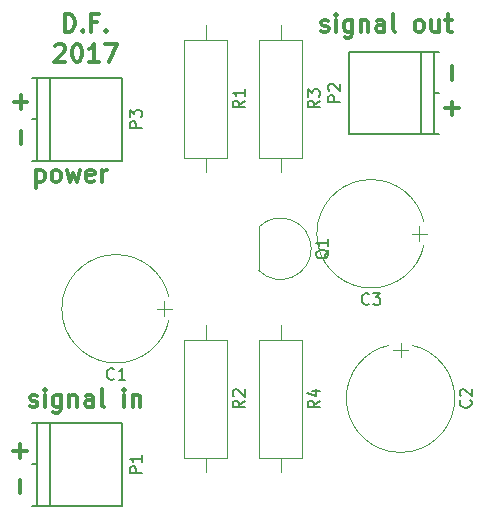
<source format=gbr>
G04 #@! TF.FileFunction,Legend,Top*
%FSLAX46Y46*%
G04 Gerber Fmt 4.6, Leading zero omitted, Abs format (unit mm)*
G04 Created by KiCad (PCBNEW 4.0.5) date 05/18/17 11:07:14*
%MOMM*%
%LPD*%
G01*
G04 APERTURE LIST*
%ADD10C,0.100000*%
%ADD11C,0.300000*%
%ADD12C,0.120000*%
%ADD13C,0.150000*%
G04 APERTURE END LIST*
D10*
D11*
X100894343Y-59805628D02*
X100894343Y-58662771D01*
X101465771Y-59234200D02*
X100322914Y-59234200D01*
X100894343Y-56805628D02*
X100894343Y-55662771D01*
X64307257Y-87692172D02*
X64307257Y-88835029D01*
X63735829Y-88263600D02*
X64878686Y-88263600D01*
X64307257Y-90692172D02*
X64307257Y-91835029D01*
X64358057Y-58126572D02*
X64358057Y-59269429D01*
X63786629Y-58698000D02*
X64929486Y-58698000D01*
X64358057Y-61126572D02*
X64358057Y-62269429D01*
X89785714Y-52677143D02*
X89928571Y-52748571D01*
X90214286Y-52748571D01*
X90357143Y-52677143D01*
X90428571Y-52534286D01*
X90428571Y-52462857D01*
X90357143Y-52320000D01*
X90214286Y-52248571D01*
X90000000Y-52248571D01*
X89857143Y-52177143D01*
X89785714Y-52034286D01*
X89785714Y-51962857D01*
X89857143Y-51820000D01*
X90000000Y-51748571D01*
X90214286Y-51748571D01*
X90357143Y-51820000D01*
X91071429Y-52748571D02*
X91071429Y-51748571D01*
X91071429Y-51248571D02*
X91000000Y-51320000D01*
X91071429Y-51391429D01*
X91142857Y-51320000D01*
X91071429Y-51248571D01*
X91071429Y-51391429D01*
X92428572Y-51748571D02*
X92428572Y-52962857D01*
X92357143Y-53105714D01*
X92285715Y-53177143D01*
X92142858Y-53248571D01*
X91928572Y-53248571D01*
X91785715Y-53177143D01*
X92428572Y-52677143D02*
X92285715Y-52748571D01*
X92000001Y-52748571D01*
X91857143Y-52677143D01*
X91785715Y-52605714D01*
X91714286Y-52462857D01*
X91714286Y-52034286D01*
X91785715Y-51891429D01*
X91857143Y-51820000D01*
X92000001Y-51748571D01*
X92285715Y-51748571D01*
X92428572Y-51820000D01*
X93142858Y-51748571D02*
X93142858Y-52748571D01*
X93142858Y-51891429D02*
X93214286Y-51820000D01*
X93357144Y-51748571D01*
X93571429Y-51748571D01*
X93714286Y-51820000D01*
X93785715Y-51962857D01*
X93785715Y-52748571D01*
X95142858Y-52748571D02*
X95142858Y-51962857D01*
X95071429Y-51820000D01*
X94928572Y-51748571D01*
X94642858Y-51748571D01*
X94500001Y-51820000D01*
X95142858Y-52677143D02*
X95000001Y-52748571D01*
X94642858Y-52748571D01*
X94500001Y-52677143D01*
X94428572Y-52534286D01*
X94428572Y-52391429D01*
X94500001Y-52248571D01*
X94642858Y-52177143D01*
X95000001Y-52177143D01*
X95142858Y-52105714D01*
X96071430Y-52748571D02*
X95928572Y-52677143D01*
X95857144Y-52534286D01*
X95857144Y-51248571D01*
X98000001Y-52748571D02*
X97857143Y-52677143D01*
X97785715Y-52605714D01*
X97714286Y-52462857D01*
X97714286Y-52034286D01*
X97785715Y-51891429D01*
X97857143Y-51820000D01*
X98000001Y-51748571D01*
X98214286Y-51748571D01*
X98357143Y-51820000D01*
X98428572Y-51891429D01*
X98500001Y-52034286D01*
X98500001Y-52462857D01*
X98428572Y-52605714D01*
X98357143Y-52677143D01*
X98214286Y-52748571D01*
X98000001Y-52748571D01*
X99785715Y-51748571D02*
X99785715Y-52748571D01*
X99142858Y-51748571D02*
X99142858Y-52534286D01*
X99214286Y-52677143D01*
X99357144Y-52748571D01*
X99571429Y-52748571D01*
X99714286Y-52677143D01*
X99785715Y-52605714D01*
X100285715Y-51748571D02*
X100857144Y-51748571D01*
X100500001Y-51248571D02*
X100500001Y-52534286D01*
X100571429Y-52677143D01*
X100714287Y-52748571D01*
X100857144Y-52748571D01*
X65687143Y-64448571D02*
X65687143Y-65948571D01*
X65687143Y-64520000D02*
X65830000Y-64448571D01*
X66115714Y-64448571D01*
X66258571Y-64520000D01*
X66330000Y-64591429D01*
X66401429Y-64734286D01*
X66401429Y-65162857D01*
X66330000Y-65305714D01*
X66258571Y-65377143D01*
X66115714Y-65448571D01*
X65830000Y-65448571D01*
X65687143Y-65377143D01*
X67258572Y-65448571D02*
X67115714Y-65377143D01*
X67044286Y-65305714D01*
X66972857Y-65162857D01*
X66972857Y-64734286D01*
X67044286Y-64591429D01*
X67115714Y-64520000D01*
X67258572Y-64448571D01*
X67472857Y-64448571D01*
X67615714Y-64520000D01*
X67687143Y-64591429D01*
X67758572Y-64734286D01*
X67758572Y-65162857D01*
X67687143Y-65305714D01*
X67615714Y-65377143D01*
X67472857Y-65448571D01*
X67258572Y-65448571D01*
X68258572Y-64448571D02*
X68544286Y-65448571D01*
X68830000Y-64734286D01*
X69115715Y-65448571D01*
X69401429Y-64448571D01*
X70544286Y-65377143D02*
X70401429Y-65448571D01*
X70115715Y-65448571D01*
X69972858Y-65377143D01*
X69901429Y-65234286D01*
X69901429Y-64662857D01*
X69972858Y-64520000D01*
X70115715Y-64448571D01*
X70401429Y-64448571D01*
X70544286Y-64520000D01*
X70615715Y-64662857D01*
X70615715Y-64805714D01*
X69901429Y-64948571D01*
X71258572Y-65448571D02*
X71258572Y-64448571D01*
X71258572Y-64734286D02*
X71330000Y-64591429D01*
X71401429Y-64520000D01*
X71544286Y-64448571D01*
X71687143Y-64448571D01*
X65135714Y-84427143D02*
X65278571Y-84498571D01*
X65564286Y-84498571D01*
X65707143Y-84427143D01*
X65778571Y-84284286D01*
X65778571Y-84212857D01*
X65707143Y-84070000D01*
X65564286Y-83998571D01*
X65350000Y-83998571D01*
X65207143Y-83927143D01*
X65135714Y-83784286D01*
X65135714Y-83712857D01*
X65207143Y-83570000D01*
X65350000Y-83498571D01*
X65564286Y-83498571D01*
X65707143Y-83570000D01*
X66421429Y-84498571D02*
X66421429Y-83498571D01*
X66421429Y-82998571D02*
X66350000Y-83070000D01*
X66421429Y-83141429D01*
X66492857Y-83070000D01*
X66421429Y-82998571D01*
X66421429Y-83141429D01*
X67778572Y-83498571D02*
X67778572Y-84712857D01*
X67707143Y-84855714D01*
X67635715Y-84927143D01*
X67492858Y-84998571D01*
X67278572Y-84998571D01*
X67135715Y-84927143D01*
X67778572Y-84427143D02*
X67635715Y-84498571D01*
X67350001Y-84498571D01*
X67207143Y-84427143D01*
X67135715Y-84355714D01*
X67064286Y-84212857D01*
X67064286Y-83784286D01*
X67135715Y-83641429D01*
X67207143Y-83570000D01*
X67350001Y-83498571D01*
X67635715Y-83498571D01*
X67778572Y-83570000D01*
X68492858Y-83498571D02*
X68492858Y-84498571D01*
X68492858Y-83641429D02*
X68564286Y-83570000D01*
X68707144Y-83498571D01*
X68921429Y-83498571D01*
X69064286Y-83570000D01*
X69135715Y-83712857D01*
X69135715Y-84498571D01*
X70492858Y-84498571D02*
X70492858Y-83712857D01*
X70421429Y-83570000D01*
X70278572Y-83498571D01*
X69992858Y-83498571D01*
X69850001Y-83570000D01*
X70492858Y-84427143D02*
X70350001Y-84498571D01*
X69992858Y-84498571D01*
X69850001Y-84427143D01*
X69778572Y-84284286D01*
X69778572Y-84141429D01*
X69850001Y-83998571D01*
X69992858Y-83927143D01*
X70350001Y-83927143D01*
X70492858Y-83855714D01*
X71421430Y-84498571D02*
X71278572Y-84427143D01*
X71207144Y-84284286D01*
X71207144Y-82998571D01*
X73135715Y-84498571D02*
X73135715Y-83498571D01*
X73135715Y-82998571D02*
X73064286Y-83070000D01*
X73135715Y-83141429D01*
X73207143Y-83070000D01*
X73135715Y-82998571D01*
X73135715Y-83141429D01*
X73850001Y-83498571D02*
X73850001Y-84498571D01*
X73850001Y-83641429D02*
X73921429Y-83570000D01*
X74064287Y-83498571D01*
X74278572Y-83498571D01*
X74421429Y-83570000D01*
X74492858Y-83712857D01*
X74492858Y-84498571D01*
X68100000Y-52743571D02*
X68100000Y-51243571D01*
X68457143Y-51243571D01*
X68671428Y-51315000D01*
X68814286Y-51457857D01*
X68885714Y-51600714D01*
X68957143Y-51886429D01*
X68957143Y-52100714D01*
X68885714Y-52386429D01*
X68814286Y-52529286D01*
X68671428Y-52672143D01*
X68457143Y-52743571D01*
X68100000Y-52743571D01*
X69600000Y-52600714D02*
X69671428Y-52672143D01*
X69600000Y-52743571D01*
X69528571Y-52672143D01*
X69600000Y-52600714D01*
X69600000Y-52743571D01*
X70814286Y-51957857D02*
X70314286Y-51957857D01*
X70314286Y-52743571D02*
X70314286Y-51243571D01*
X71028572Y-51243571D01*
X71600000Y-52600714D02*
X71671428Y-52672143D01*
X71600000Y-52743571D01*
X71528571Y-52672143D01*
X71600000Y-52600714D01*
X71600000Y-52743571D01*
X67278572Y-53936429D02*
X67350001Y-53865000D01*
X67492858Y-53793571D01*
X67850001Y-53793571D01*
X67992858Y-53865000D01*
X68064287Y-53936429D01*
X68135715Y-54079286D01*
X68135715Y-54222143D01*
X68064287Y-54436429D01*
X67207144Y-55293571D01*
X68135715Y-55293571D01*
X69064286Y-53793571D02*
X69207143Y-53793571D01*
X69350000Y-53865000D01*
X69421429Y-53936429D01*
X69492858Y-54079286D01*
X69564286Y-54365000D01*
X69564286Y-54722143D01*
X69492858Y-55007857D01*
X69421429Y-55150714D01*
X69350000Y-55222143D01*
X69207143Y-55293571D01*
X69064286Y-55293571D01*
X68921429Y-55222143D01*
X68850000Y-55150714D01*
X68778572Y-55007857D01*
X68707143Y-54722143D01*
X68707143Y-54365000D01*
X68778572Y-54079286D01*
X68850000Y-53936429D01*
X68921429Y-53865000D01*
X69064286Y-53793571D01*
X70992857Y-55293571D02*
X70135714Y-55293571D01*
X70564286Y-55293571D02*
X70564286Y-53793571D01*
X70421429Y-54007857D01*
X70278571Y-54150714D01*
X70135714Y-54222143D01*
X71492857Y-53793571D02*
X72492857Y-53793571D01*
X71850000Y-55293571D01*
D12*
X67946593Y-77183445D02*
G75*
G03X76914161Y-77180000I4483407J983445D01*
G01*
X67946593Y-75216555D02*
G75*
G02X76914161Y-75220000I4483407J-983445D01*
G01*
X67946593Y-75216555D02*
G75*
G03X67945839Y-77180000I4483407J-983445D01*
G01*
X77130000Y-76200000D02*
X75930000Y-76200000D01*
X76530000Y-76850000D02*
X76530000Y-75550000D01*
X97503445Y-88263407D02*
G75*
G03X97500000Y-79295839I-983445J4483407D01*
G01*
X95536555Y-88263407D02*
G75*
G02X95540000Y-79295839I983445J4483407D01*
G01*
X95536555Y-88263407D02*
G75*
G03X97500000Y-88264161I983445J4483407D01*
G01*
X96520000Y-79080000D02*
X96520000Y-80280000D01*
X97170000Y-79680000D02*
X95870000Y-79680000D01*
X89536593Y-70833445D02*
G75*
G03X98504161Y-70830000I4483407J983445D01*
G01*
X89536593Y-68866555D02*
G75*
G02X98504161Y-68870000I4483407J-983445D01*
G01*
X89536593Y-68866555D02*
G75*
G03X89535839Y-70830000I4483407J-983445D01*
G01*
X98720000Y-69850000D02*
X97520000Y-69850000D01*
X98120000Y-70500000D02*
X98120000Y-69200000D01*
D13*
X65750000Y-89380000D02*
X65350000Y-89380000D01*
X66850000Y-85880000D02*
X66850000Y-92880000D01*
X65750000Y-85880000D02*
X65750000Y-92880000D01*
X72950000Y-85880000D02*
X65350000Y-85880000D01*
X65350000Y-92880000D02*
X72950000Y-92880000D01*
X72950000Y-92880000D02*
X72950000Y-85880000D01*
X99350000Y-57940000D02*
X99750000Y-57940000D01*
X98250000Y-61440000D02*
X98250000Y-54440000D01*
X99350000Y-61440000D02*
X99350000Y-54440000D01*
X92150000Y-61440000D02*
X99750000Y-61440000D01*
X99750000Y-54440000D02*
X92150000Y-54440000D01*
X92150000Y-54440000D02*
X92150000Y-61440000D01*
X65750000Y-60170000D02*
X65350000Y-60170000D01*
X66850000Y-56670000D02*
X66850000Y-63670000D01*
X65750000Y-56670000D02*
X65750000Y-63670000D01*
X72950000Y-56670000D02*
X65350000Y-56670000D01*
X65350000Y-63670000D02*
X72950000Y-63670000D01*
X72950000Y-63670000D02*
X72950000Y-56670000D01*
D12*
X84510000Y-69320000D02*
X84510000Y-72920000D01*
X84521522Y-69281522D02*
G75*
G02X88960000Y-71120000I1838478J-1838478D01*
G01*
X84521522Y-72958478D02*
G75*
G03X88960000Y-71120000I1838478J1838478D01*
G01*
X81870000Y-53410000D02*
X78150000Y-53410000D01*
X78150000Y-53410000D02*
X78150000Y-63430000D01*
X78150000Y-63430000D02*
X81870000Y-63430000D01*
X81870000Y-63430000D02*
X81870000Y-53410000D01*
X80010000Y-52180000D02*
X80010000Y-53410000D01*
X80010000Y-64660000D02*
X80010000Y-63430000D01*
X81870000Y-78810000D02*
X78150000Y-78810000D01*
X78150000Y-78810000D02*
X78150000Y-88830000D01*
X78150000Y-88830000D02*
X81870000Y-88830000D01*
X81870000Y-88830000D02*
X81870000Y-78810000D01*
X80010000Y-77580000D02*
X80010000Y-78810000D01*
X80010000Y-90060000D02*
X80010000Y-88830000D01*
X88220000Y-53410000D02*
X84500000Y-53410000D01*
X84500000Y-53410000D02*
X84500000Y-63430000D01*
X84500000Y-63430000D02*
X88220000Y-63430000D01*
X88220000Y-63430000D02*
X88220000Y-53410000D01*
X86360000Y-52180000D02*
X86360000Y-53410000D01*
X86360000Y-64660000D02*
X86360000Y-63430000D01*
X88220000Y-78810000D02*
X84500000Y-78810000D01*
X84500000Y-78810000D02*
X84500000Y-88830000D01*
X84500000Y-88830000D02*
X88220000Y-88830000D01*
X88220000Y-88830000D02*
X88220000Y-78810000D01*
X86360000Y-77580000D02*
X86360000Y-78810000D01*
X86360000Y-90060000D02*
X86360000Y-88830000D01*
D13*
X72263334Y-82117143D02*
X72215715Y-82164762D01*
X72072858Y-82212381D01*
X71977620Y-82212381D01*
X71834762Y-82164762D01*
X71739524Y-82069524D01*
X71691905Y-81974286D01*
X71644286Y-81783810D01*
X71644286Y-81640952D01*
X71691905Y-81450476D01*
X71739524Y-81355238D01*
X71834762Y-81260000D01*
X71977620Y-81212381D01*
X72072858Y-81212381D01*
X72215715Y-81260000D01*
X72263334Y-81307619D01*
X73215715Y-82212381D02*
X72644286Y-82212381D01*
X72930000Y-82212381D02*
X72930000Y-81212381D01*
X72834762Y-81355238D01*
X72739524Y-81450476D01*
X72644286Y-81498095D01*
X102437143Y-83946666D02*
X102484762Y-83994285D01*
X102532381Y-84137142D01*
X102532381Y-84232380D01*
X102484762Y-84375238D01*
X102389524Y-84470476D01*
X102294286Y-84518095D01*
X102103810Y-84565714D01*
X101960952Y-84565714D01*
X101770476Y-84518095D01*
X101675238Y-84470476D01*
X101580000Y-84375238D01*
X101532381Y-84232380D01*
X101532381Y-84137142D01*
X101580000Y-83994285D01*
X101627619Y-83946666D01*
X101627619Y-83565714D02*
X101580000Y-83518095D01*
X101532381Y-83422857D01*
X101532381Y-83184761D01*
X101580000Y-83089523D01*
X101627619Y-83041904D01*
X101722857Y-82994285D01*
X101818095Y-82994285D01*
X101960952Y-83041904D01*
X102532381Y-83613333D01*
X102532381Y-82994285D01*
X93853334Y-75767143D02*
X93805715Y-75814762D01*
X93662858Y-75862381D01*
X93567620Y-75862381D01*
X93424762Y-75814762D01*
X93329524Y-75719524D01*
X93281905Y-75624286D01*
X93234286Y-75433810D01*
X93234286Y-75290952D01*
X93281905Y-75100476D01*
X93329524Y-75005238D01*
X93424762Y-74910000D01*
X93567620Y-74862381D01*
X93662858Y-74862381D01*
X93805715Y-74910000D01*
X93853334Y-74957619D01*
X94186667Y-74862381D02*
X94805715Y-74862381D01*
X94472381Y-75243333D01*
X94615239Y-75243333D01*
X94710477Y-75290952D01*
X94758096Y-75338571D01*
X94805715Y-75433810D01*
X94805715Y-75671905D01*
X94758096Y-75767143D01*
X94710477Y-75814762D01*
X94615239Y-75862381D01*
X94329524Y-75862381D01*
X94234286Y-75814762D01*
X94186667Y-75767143D01*
X74602381Y-90118095D02*
X73602381Y-90118095D01*
X73602381Y-89737142D01*
X73650000Y-89641904D01*
X73697619Y-89594285D01*
X73792857Y-89546666D01*
X73935714Y-89546666D01*
X74030952Y-89594285D01*
X74078571Y-89641904D01*
X74126190Y-89737142D01*
X74126190Y-90118095D01*
X74602381Y-88594285D02*
X74602381Y-89165714D01*
X74602381Y-88880000D02*
X73602381Y-88880000D01*
X73745238Y-88975238D01*
X73840476Y-89070476D01*
X73888095Y-89165714D01*
X91402381Y-58678095D02*
X90402381Y-58678095D01*
X90402381Y-58297142D01*
X90450000Y-58201904D01*
X90497619Y-58154285D01*
X90592857Y-58106666D01*
X90735714Y-58106666D01*
X90830952Y-58154285D01*
X90878571Y-58201904D01*
X90926190Y-58297142D01*
X90926190Y-58678095D01*
X90497619Y-57725714D02*
X90450000Y-57678095D01*
X90402381Y-57582857D01*
X90402381Y-57344761D01*
X90450000Y-57249523D01*
X90497619Y-57201904D01*
X90592857Y-57154285D01*
X90688095Y-57154285D01*
X90830952Y-57201904D01*
X91402381Y-57773333D01*
X91402381Y-57154285D01*
X74602381Y-60908095D02*
X73602381Y-60908095D01*
X73602381Y-60527142D01*
X73650000Y-60431904D01*
X73697619Y-60384285D01*
X73792857Y-60336666D01*
X73935714Y-60336666D01*
X74030952Y-60384285D01*
X74078571Y-60431904D01*
X74126190Y-60527142D01*
X74126190Y-60908095D01*
X73602381Y-60003333D02*
X73602381Y-59384285D01*
X73983333Y-59717619D01*
X73983333Y-59574761D01*
X74030952Y-59479523D01*
X74078571Y-59431904D01*
X74173810Y-59384285D01*
X74411905Y-59384285D01*
X74507143Y-59431904D01*
X74554762Y-59479523D01*
X74602381Y-59574761D01*
X74602381Y-59860476D01*
X74554762Y-59955714D01*
X74507143Y-60003333D01*
X90467619Y-71215238D02*
X90420000Y-71310476D01*
X90324762Y-71405714D01*
X90181905Y-71548571D01*
X90134286Y-71643810D01*
X90134286Y-71739048D01*
X90372381Y-71691429D02*
X90324762Y-71786667D01*
X90229524Y-71881905D01*
X90039048Y-71929524D01*
X89705714Y-71929524D01*
X89515238Y-71881905D01*
X89420000Y-71786667D01*
X89372381Y-71691429D01*
X89372381Y-71500952D01*
X89420000Y-71405714D01*
X89515238Y-71310476D01*
X89705714Y-71262857D01*
X90039048Y-71262857D01*
X90229524Y-71310476D01*
X90324762Y-71405714D01*
X90372381Y-71500952D01*
X90372381Y-71691429D01*
X90372381Y-70310476D02*
X90372381Y-70881905D01*
X90372381Y-70596191D02*
X89372381Y-70596191D01*
X89515238Y-70691429D01*
X89610476Y-70786667D01*
X89658095Y-70881905D01*
X83322381Y-58586666D02*
X82846190Y-58920000D01*
X83322381Y-59158095D02*
X82322381Y-59158095D01*
X82322381Y-58777142D01*
X82370000Y-58681904D01*
X82417619Y-58634285D01*
X82512857Y-58586666D01*
X82655714Y-58586666D01*
X82750952Y-58634285D01*
X82798571Y-58681904D01*
X82846190Y-58777142D01*
X82846190Y-59158095D01*
X83322381Y-57634285D02*
X83322381Y-58205714D01*
X83322381Y-57920000D02*
X82322381Y-57920000D01*
X82465238Y-58015238D01*
X82560476Y-58110476D01*
X82608095Y-58205714D01*
X83322381Y-83986666D02*
X82846190Y-84320000D01*
X83322381Y-84558095D02*
X82322381Y-84558095D01*
X82322381Y-84177142D01*
X82370000Y-84081904D01*
X82417619Y-84034285D01*
X82512857Y-83986666D01*
X82655714Y-83986666D01*
X82750952Y-84034285D01*
X82798571Y-84081904D01*
X82846190Y-84177142D01*
X82846190Y-84558095D01*
X82417619Y-83605714D02*
X82370000Y-83558095D01*
X82322381Y-83462857D01*
X82322381Y-83224761D01*
X82370000Y-83129523D01*
X82417619Y-83081904D01*
X82512857Y-83034285D01*
X82608095Y-83034285D01*
X82750952Y-83081904D01*
X83322381Y-83653333D01*
X83322381Y-83034285D01*
X89672381Y-58586666D02*
X89196190Y-58920000D01*
X89672381Y-59158095D02*
X88672381Y-59158095D01*
X88672381Y-58777142D01*
X88720000Y-58681904D01*
X88767619Y-58634285D01*
X88862857Y-58586666D01*
X89005714Y-58586666D01*
X89100952Y-58634285D01*
X89148571Y-58681904D01*
X89196190Y-58777142D01*
X89196190Y-59158095D01*
X88672381Y-58253333D02*
X88672381Y-57634285D01*
X89053333Y-57967619D01*
X89053333Y-57824761D01*
X89100952Y-57729523D01*
X89148571Y-57681904D01*
X89243810Y-57634285D01*
X89481905Y-57634285D01*
X89577143Y-57681904D01*
X89624762Y-57729523D01*
X89672381Y-57824761D01*
X89672381Y-58110476D01*
X89624762Y-58205714D01*
X89577143Y-58253333D01*
X89672381Y-83986666D02*
X89196190Y-84320000D01*
X89672381Y-84558095D02*
X88672381Y-84558095D01*
X88672381Y-84177142D01*
X88720000Y-84081904D01*
X88767619Y-84034285D01*
X88862857Y-83986666D01*
X89005714Y-83986666D01*
X89100952Y-84034285D01*
X89148571Y-84081904D01*
X89196190Y-84177142D01*
X89196190Y-84558095D01*
X89005714Y-83129523D02*
X89672381Y-83129523D01*
X88624762Y-83367619D02*
X89339048Y-83605714D01*
X89339048Y-82986666D01*
M02*

</source>
